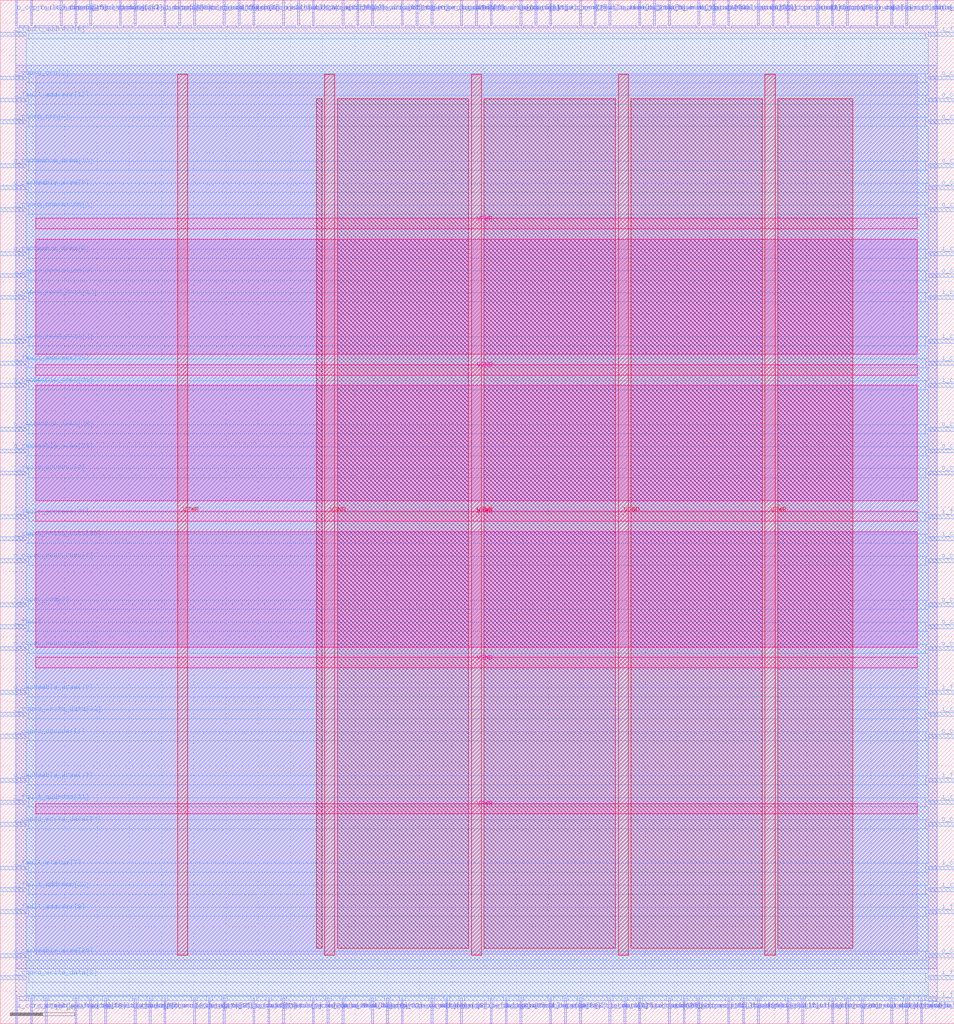
<source format=lef>
VERSION 5.7 ;
  NOWIREEXTENSIONATPIN ON ;
  DIVIDERCHAR "/" ;
  BUSBITCHARS "[]" ;
MACRO a25_coprocessor
  CLASS BLOCK ;
  FOREIGN a25_coprocessor ;
  ORIGIN 0.000 0.000 ;
  SIZE 147.900 BY 158.620 ;
  PIN i_clk
    DIRECTION INPUT ;
    USE SIGNAL ;
    PORT
      LAYER met3 ;
        RECT 143.900 112.240 147.900 112.840 ;
    END
  END i_clk
  PIN i_copro_crm[0]
    DIRECTION INPUT ;
    USE SIGNAL ;
    PORT
      LAYER met3 ;
        RECT 0.000 139.440 4.000 140.040 ;
    END
  END i_copro_crm[0]
  PIN i_copro_crm[1]
    DIRECTION INPUT ;
    USE SIGNAL ;
    PORT
      LAYER met3 ;
        RECT 0.000 64.640 4.000 65.240 ;
    END
  END i_copro_crm[1]
  PIN i_copro_crm[2]
    DIRECTION INPUT ;
    USE SIGNAL ;
    PORT
      LAYER met2 ;
        RECT 66.790 0.000 67.070 4.000 ;
    END
  END i_copro_crm[2]
  PIN i_copro_crm[3]
    DIRECTION INPUT ;
    USE SIGNAL ;
    PORT
      LAYER met2 ;
        RECT 126.590 154.620 126.870 158.620 ;
    END
  END i_copro_crm[3]
  PIN i_copro_crn[0]
    DIRECTION INPUT ;
    USE SIGNAL ;
    PORT
      LAYER met2 ;
        RECT 34.590 154.620 34.870 158.620 ;
    END
  END i_copro_crn[0]
  PIN i_copro_crn[1]
    DIRECTION INPUT ;
    USE SIGNAL ;
    PORT
      LAYER met2 ;
        RECT 85.190 154.620 85.470 158.620 ;
    END
  END i_copro_crn[1]
  PIN i_copro_crn[2]
    DIRECTION INPUT ;
    USE SIGNAL ;
    PORT
      LAYER met2 ;
        RECT 29.990 0.000 30.270 4.000 ;
    END
  END i_copro_crn[2]
  PIN i_copro_crn[3]
    DIRECTION INPUT ;
    USE SIGNAL ;
    PORT
      LAYER met3 ;
        RECT 0.000 146.240 4.000 146.840 ;
    END
  END i_copro_crn[3]
  PIN i_copro_num[0]
    DIRECTION INPUT ;
    USE SIGNAL ;
    PORT
      LAYER met2 ;
        RECT 80.590 154.620 80.870 158.620 ;
    END
  END i_copro_num[0]
  PIN i_copro_num[1]
    DIRECTION INPUT ;
    USE SIGNAL ;
    PORT
      LAYER met3 ;
        RECT 143.900 47.640 147.900 48.240 ;
    END
  END i_copro_num[1]
  PIN i_copro_num[2]
    DIRECTION INPUT ;
    USE SIGNAL ;
    PORT
      LAYER met2 ;
        RECT 131.190 154.620 131.470 158.620 ;
    END
  END i_copro_num[2]
  PIN i_copro_num[3]
    DIRECTION INPUT ;
    USE SIGNAL ;
    PORT
      LAYER met2 ;
        RECT 85.190 0.000 85.470 4.000 ;
    END
  END i_copro_num[3]
  PIN i_copro_opcode1[0]
    DIRECTION INPUT ;
    USE SIGNAL ;
    PORT
      LAYER met2 ;
        RECT 48.390 154.620 48.670 158.620 ;
    END
  END i_copro_opcode1[0]
  PIN i_copro_opcode1[1]
    DIRECTION INPUT ;
    USE SIGNAL ;
    PORT
      LAYER met3 ;
        RECT 0.000 44.240 4.000 44.840 ;
    END
  END i_copro_opcode1[1]
  PIN i_copro_opcode1[2]
    DIRECTION INPUT ;
    USE SIGNAL ;
    PORT
      LAYER met2 ;
        RECT 105.890 0.000 106.170 4.000 ;
    END
  END i_copro_opcode1[2]
  PIN i_copro_opcode2[0]
    DIRECTION INPUT ;
    USE SIGNAL ;
    PORT
      LAYER met2 ;
        RECT 36.890 154.620 37.170 158.620 ;
    END
  END i_copro_opcode2[0]
  PIN i_copro_opcode2[1]
    DIRECTION INPUT ;
    USE SIGNAL ;
    PORT
      LAYER met2 ;
        RECT 66.790 154.620 67.070 158.620 ;
    END
  END i_copro_opcode2[1]
  PIN i_copro_opcode2[2]
    DIRECTION INPUT ;
    USE SIGNAL ;
    PORT
      LAYER met2 ;
        RECT 34.590 0.000 34.870 4.000 ;
    END
  END i_copro_opcode2[2]
  PIN i_copro_operation[0]
    DIRECTION INPUT ;
    USE SIGNAL ;
    PORT
      LAYER met3 ;
        RECT 0.000 115.640 4.000 116.240 ;
    END
  END i_copro_operation[0]
  PIN i_copro_operation[1]
    DIRECTION INPUT ;
    USE SIGNAL ;
    PORT
      LAYER met3 ;
        RECT 0.000 125.840 4.000 126.440 ;
    END
  END i_copro_operation[1]
  PIN i_copro_write_data[0]
    DIRECTION INPUT ;
    USE SIGNAL ;
    PORT
      LAYER met2 ;
        RECT 9.290 154.620 9.570 158.620 ;
    END
  END i_copro_write_data[0]
  PIN i_copro_write_data[10]
    DIRECTION INPUT ;
    USE SIGNAL ;
    PORT
      LAYER met2 ;
        RECT 101.290 154.620 101.570 158.620 ;
    END
  END i_copro_write_data[10]
  PIN i_copro_write_data[11]
    DIRECTION INPUT ;
    USE SIGNAL ;
    PORT
      LAYER met2 ;
        RECT 25.390 154.620 25.670 158.620 ;
    END
  END i_copro_write_data[11]
  PIN i_copro_write_data[12]
    DIRECTION INPUT ;
    USE SIGNAL ;
    PORT
      LAYER met2 ;
        RECT 87.490 0.000 87.770 4.000 ;
    END
  END i_copro_write_data[12]
  PIN i_copro_write_data[13]
    DIRECTION INPUT ;
    USE SIGNAL ;
    PORT
      LAYER met3 ;
        RECT 143.900 34.040 147.900 34.640 ;
    END
  END i_copro_write_data[13]
  PIN i_copro_write_data[14]
    DIRECTION INPUT ;
    USE SIGNAL ;
    PORT
      LAYER met2 ;
        RECT 117.390 154.620 117.670 158.620 ;
    END
  END i_copro_write_data[14]
  PIN i_copro_write_data[15]
    DIRECTION INPUT ;
    USE SIGNAL ;
    PORT
      LAYER met2 ;
        RECT 25.390 0.000 25.670 4.000 ;
    END
  END i_copro_write_data[15]
  PIN i_copro_write_data[16]
    DIRECTION INPUT ;
    USE SIGNAL ;
    PORT
      LAYER met2 ;
        RECT 142.690 0.000 142.970 4.000 ;
    END
  END i_copro_write_data[16]
  PIN i_copro_write_data[17]
    DIRECTION INPUT ;
    USE SIGNAL ;
    PORT
      LAYER met2 ;
        RECT 23.090 0.000 23.370 4.000 ;
    END
  END i_copro_write_data[17]
  PIN i_copro_write_data[18]
    DIRECTION INPUT ;
    USE SIGNAL ;
    PORT
      LAYER met2 ;
        RECT 94.390 0.000 94.670 4.000 ;
    END
  END i_copro_write_data[18]
  PIN i_copro_write_data[19]
    DIRECTION INPUT ;
    USE SIGNAL ;
    PORT
      LAYER met3 ;
        RECT 143.900 119.040 147.900 119.640 ;
    END
  END i_copro_write_data[19]
  PIN i_copro_write_data[1]
    DIRECTION INPUT ;
    USE SIGNAL ;
    PORT
      LAYER met2 ;
        RECT 73.690 154.620 73.970 158.620 ;
    END
  END i_copro_write_data[1]
  PIN i_copro_write_data[20]
    DIRECTION INPUT ;
    USE SIGNAL ;
    PORT
      LAYER met2 ;
        RECT 62.190 154.620 62.470 158.620 ;
    END
  END i_copro_write_data[20]
  PIN i_copro_write_data[21]
    DIRECTION INPUT ;
    USE SIGNAL ;
    PORT
      LAYER met2 ;
        RECT 108.190 154.620 108.470 158.620 ;
    END
  END i_copro_write_data[21]
  PIN i_copro_write_data[22]
    DIRECTION INPUT ;
    USE SIGNAL ;
    PORT
      LAYER met3 ;
        RECT 0.000 47.640 4.000 48.240 ;
    END
  END i_copro_write_data[22]
  PIN i_copro_write_data[23]
    DIRECTION INPUT ;
    USE SIGNAL ;
    PORT
      LAYER met3 ;
        RECT 143.900 102.040 147.900 102.640 ;
    END
  END i_copro_write_data[23]
  PIN i_copro_write_data[24]
    DIRECTION INPUT ;
    USE SIGNAL ;
    PORT
      LAYER met3 ;
        RECT 0.000 30.640 4.000 31.240 ;
    END
  END i_copro_write_data[24]
  PIN i_copro_write_data[25]
    DIRECTION INPUT ;
    USE SIGNAL ;
    PORT
      LAYER met2 ;
        RECT 43.790 0.000 44.070 4.000 ;
    END
  END i_copro_write_data[25]
  PIN i_copro_write_data[26]
    DIRECTION INPUT ;
    USE SIGNAL ;
    PORT
      LAYER met3 ;
        RECT 143.900 74.840 147.900 75.440 ;
    END
  END i_copro_write_data[26]
  PIN i_copro_write_data[27]
    DIRECTION INPUT ;
    USE SIGNAL ;
    PORT
      LAYER met3 ;
        RECT 143.900 98.640 147.900 99.240 ;
    END
  END i_copro_write_data[27]
  PIN i_copro_write_data[28]
    DIRECTION INPUT ;
    USE SIGNAL ;
    PORT
      LAYER met2 ;
        RECT 64.490 154.620 64.770 158.620 ;
    END
  END i_copro_write_data[28]
  PIN i_copro_write_data[29]
    DIRECTION INPUT ;
    USE SIGNAL ;
    PORT
      LAYER met3 ;
        RECT 143.900 23.840 147.900 24.440 ;
    END
  END i_copro_write_data[29]
  PIN i_copro_write_data[2]
    DIRECTION INPUT ;
    USE SIGNAL ;
    PORT
      LAYER met2 ;
        RECT 71.390 0.000 71.670 4.000 ;
    END
  END i_copro_write_data[2]
  PIN i_copro_write_data[30]
    DIRECTION INPUT ;
    USE SIGNAL ;
    PORT
      LAYER met3 ;
        RECT 0.000 74.840 4.000 75.440 ;
    END
  END i_copro_write_data[30]
  PIN i_copro_write_data[31]
    DIRECTION INPUT ;
    USE SIGNAL ;
    PORT
      LAYER met2 ;
        RECT 32.290 0.000 32.570 4.000 ;
    END
  END i_copro_write_data[31]
  PIN i_copro_write_data[3]
    DIRECTION INPUT ;
    USE SIGNAL ;
    PORT
      LAYER met2 ;
        RECT 69.090 0.000 69.370 4.000 ;
    END
  END i_copro_write_data[3]
  PIN i_copro_write_data[4]
    DIRECTION INPUT ;
    USE SIGNAL ;
    PORT
      LAYER met2 ;
        RECT 57.590 0.000 57.870 4.000 ;
    END
  END i_copro_write_data[4]
  PIN i_copro_write_data[5]
    DIRECTION INPUT ;
    USE SIGNAL ;
    PORT
      LAYER met3 ;
        RECT 143.900 20.440 147.900 21.040 ;
    END
  END i_copro_write_data[5]
  PIN i_copro_write_data[6]
    DIRECTION INPUT ;
    USE SIGNAL ;
    PORT
      LAYER met2 ;
        RECT 13.890 0.000 14.170 4.000 ;
    END
  END i_copro_write_data[6]
  PIN i_copro_write_data[7]
    DIRECTION INPUT ;
    USE SIGNAL ;
    PORT
      LAYER met2 ;
        RECT 135.790 154.620 136.070 158.620 ;
    END
  END i_copro_write_data[7]
  PIN i_copro_write_data[8]
    DIRECTION INPUT ;
    USE SIGNAL ;
    PORT
      LAYER met3 ;
        RECT 0.000 6.840 4.000 7.440 ;
    END
  END i_copro_write_data[8]
  PIN i_copro_write_data[9]
    DIRECTION INPUT ;
    USE SIGNAL ;
    PORT
      LAYER met3 ;
        RECT 143.900 105.440 147.900 106.040 ;
    END
  END i_copro_write_data[9]
  PIN i_core_stall
    DIRECTION INPUT ;
    USE SIGNAL ;
    PORT
      LAYER met2 ;
        RECT 2.390 0.000 2.670 4.000 ;
    END
  END i_core_stall
  PIN i_fault
    DIRECTION INPUT ;
    USE SIGNAL ;
    PORT
      LAYER met3 ;
        RECT 0.000 61.240 4.000 61.840 ;
    END
  END i_fault
  PIN i_fault_address[0]
    DIRECTION INPUT ;
    USE SIGNAL ;
    PORT
      LAYER met3 ;
        RECT 0.000 85.040 4.000 85.640 ;
    END
  END i_fault_address[0]
  PIN i_fault_address[10]
    DIRECTION INPUT ;
    USE SIGNAL ;
    PORT
      LAYER met2 ;
        RECT 57.590 154.620 57.870 158.620 ;
    END
  END i_fault_address[10]
  PIN i_fault_address[11]
    DIRECTION INPUT ;
    USE SIGNAL ;
    PORT
      LAYER met3 ;
        RECT 0.000 34.040 4.000 34.640 ;
    END
  END i_fault_address[11]
  PIN i_fault_address[12]
    DIRECTION INPUT ;
    USE SIGNAL ;
    PORT
      LAYER met3 ;
        RECT 143.900 6.840 147.900 7.440 ;
    END
  END i_fault_address[12]
  PIN i_fault_address[13]
    DIRECTION INPUT ;
    USE SIGNAL ;
    PORT
      LAYER met3 ;
        RECT 0.000 142.840 4.000 143.440 ;
    END
  END i_fault_address[13]
  PIN i_fault_address[14]
    DIRECTION INPUT ;
    USE SIGNAL ;
    PORT
      LAYER met3 ;
        RECT 143.900 51.040 147.900 51.640 ;
    END
  END i_fault_address[14]
  PIN i_fault_address[15]
    DIRECTION INPUT ;
    USE SIGNAL ;
    PORT
      LAYER met2 ;
        RECT 4.690 154.620 4.970 158.620 ;
    END
  END i_fault_address[15]
  PIN i_fault_address[16]
    DIRECTION INPUT ;
    USE SIGNAL ;
    PORT
      LAYER met2 ;
        RECT 55.290 154.620 55.570 158.620 ;
    END
  END i_fault_address[16]
  PIN i_fault_address[17]
    DIRECTION INPUT ;
    USE SIGNAL ;
    PORT
      LAYER met2 ;
        RECT 115.090 0.000 115.370 4.000 ;
    END
  END i_fault_address[17]
  PIN i_fault_address[18]
    DIRECTION INPUT ;
    USE SIGNAL ;
    PORT
      LAYER met2 ;
        RECT 75.990 154.620 76.270 158.620 ;
    END
  END i_fault_address[18]
  PIN i_fault_address[19]
    DIRECTION INPUT ;
    USE SIGNAL ;
    PORT
      LAYER met2 ;
        RECT 103.590 0.000 103.870 4.000 ;
    END
  END i_fault_address[19]
  PIN i_fault_address[1]
    DIRECTION INPUT ;
    USE SIGNAL ;
    PORT
      LAYER met2 ;
        RECT 112.790 0.000 113.070 4.000 ;
    END
  END i_fault_address[1]
  PIN i_fault_address[20]
    DIRECTION INPUT ;
    USE SIGNAL ;
    PORT
      LAYER met2 ;
        RECT 46.090 154.620 46.370 158.620 ;
    END
  END i_fault_address[20]
  PIN i_fault_address[21]
    DIRECTION INPUT ;
    USE SIGNAL ;
    PORT
      LAYER met2 ;
        RECT 92.090 154.620 92.370 158.620 ;
    END
  END i_fault_address[21]
  PIN i_fault_address[22]
    DIRECTION INPUT ;
    USE SIGNAL ;
    PORT
      LAYER met3 ;
        RECT 0.000 20.440 4.000 21.040 ;
    END
  END i_fault_address[22]
  PIN i_fault_address[23]
    DIRECTION INPUT ;
    USE SIGNAL ;
    PORT
      LAYER met2 ;
        RECT 20.790 0.000 21.070 4.000 ;
    END
  END i_fault_address[23]
  PIN i_fault_address[24]
    DIRECTION INPUT ;
    USE SIGNAL ;
    PORT
      LAYER met3 ;
        RECT 143.900 37.440 147.900 38.040 ;
    END
  END i_fault_address[24]
  PIN i_fault_address[25]
    DIRECTION INPUT ;
    USE SIGNAL ;
    PORT
      LAYER met3 ;
        RECT 0.000 78.240 4.000 78.840 ;
    END
  END i_fault_address[25]
  PIN i_fault_address[26]
    DIRECTION INPUT ;
    USE SIGNAL ;
    PORT
      LAYER met3 ;
        RECT 143.900 17.040 147.900 17.640 ;
    END
  END i_fault_address[26]
  PIN i_fault_address[27]
    DIRECTION INPUT ;
    USE SIGNAL ;
    PORT
      LAYER met2 ;
        RECT 20.790 154.620 21.070 158.620 ;
    END
  END i_fault_address[27]
  PIN i_fault_address[28]
    DIRECTION INPUT ;
    USE SIGNAL ;
    PORT
      LAYER met2 ;
        RECT 124.290 0.000 124.570 4.000 ;
    END
  END i_fault_address[28]
  PIN i_fault_address[29]
    DIRECTION INPUT ;
    USE SIGNAL ;
    PORT
      LAYER met2 ;
        RECT 96.690 0.000 96.970 4.000 ;
    END
  END i_fault_address[29]
  PIN i_fault_address[2]
    DIRECTION INPUT ;
    USE SIGNAL ;
    PORT
      LAYER met2 ;
        RECT 98.990 0.000 99.270 4.000 ;
    END
  END i_fault_address[2]
  PIN i_fault_address[30]
    DIRECTION INPUT ;
    USE SIGNAL ;
    PORT
      LAYER met3 ;
        RECT 0.000 102.040 4.000 102.640 ;
    END
  END i_fault_address[30]
  PIN i_fault_address[31]
    DIRECTION INPUT ;
    USE SIGNAL ;
    PORT
      LAYER met3 ;
        RECT 143.900 153.040 147.900 153.640 ;
    END
  END i_fault_address[31]
  PIN i_fault_address[3]
    DIRECTION INPUT ;
    USE SIGNAL ;
    PORT
      LAYER met2 ;
        RECT 82.890 154.620 83.170 158.620 ;
    END
  END i_fault_address[3]
  PIN i_fault_address[4]
    DIRECTION INPUT ;
    USE SIGNAL ;
    PORT
      LAYER met2 ;
        RECT 11.590 0.000 11.870 4.000 ;
    END
  END i_fault_address[4]
  PIN i_fault_address[5]
    DIRECTION INPUT ;
    USE SIGNAL ;
    PORT
      LAYER met2 ;
        RECT 16.190 0.000 16.470 4.000 ;
    END
  END i_fault_address[5]
  PIN i_fault_address[6]
    DIRECTION INPUT ;
    USE SIGNAL ;
    PORT
      LAYER met3 ;
        RECT 143.900 78.240 147.900 78.840 ;
    END
  END i_fault_address[6]
  PIN i_fault_address[7]
    DIRECTION INPUT ;
    USE SIGNAL ;
    PORT
      LAYER met2 ;
        RECT 13.890 154.620 14.170 158.620 ;
    END
  END i_fault_address[7]
  PIN i_fault_address[8]
    DIRECTION INPUT ;
    USE SIGNAL ;
    PORT
      LAYER met3 ;
        RECT 0.000 153.040 4.000 153.640 ;
    END
  END i_fault_address[8]
  PIN i_fault_address[9]
    DIRECTION INPUT ;
    USE SIGNAL ;
    PORT
      LAYER met3 ;
        RECT 0.000 17.040 4.000 17.640 ;
    END
  END i_fault_address[9]
  PIN i_fault_status[0]
    DIRECTION INPUT ;
    USE SIGNAL ;
    PORT
      LAYER met2 ;
        RECT 39.190 0.000 39.470 4.000 ;
    END
  END i_fault_status[0]
  PIN i_fault_status[1]
    DIRECTION INPUT ;
    USE SIGNAL ;
    PORT
      LAYER met2 ;
        RECT 75.990 0.000 76.270 4.000 ;
    END
  END i_fault_status[1]
  PIN i_fault_status[2]
    DIRECTION INPUT ;
    USE SIGNAL ;
    PORT
      LAYER met2 ;
        RECT 112.790 154.620 113.070 158.620 ;
    END
  END i_fault_status[2]
  PIN i_fault_status[3]
    DIRECTION INPUT ;
    USE SIGNAL ;
    PORT
      LAYER met2 ;
        RECT 119.690 154.620 119.970 158.620 ;
    END
  END i_fault_status[3]
  PIN i_fault_status[4]
    DIRECTION INPUT ;
    USE SIGNAL ;
    PORT
      LAYER met2 ;
        RECT 121.990 0.000 122.270 4.000 ;
    END
  END i_fault_status[4]
  PIN i_fault_status[5]
    DIRECTION INPUT ;
    USE SIGNAL ;
    PORT
      LAYER met2 ;
        RECT 89.790 0.000 90.070 4.000 ;
    END
  END i_fault_status[5]
  PIN i_fault_status[6]
    DIRECTION INPUT ;
    USE SIGNAL ;
    PORT
      LAYER met3 ;
        RECT 143.900 3.440 147.900 4.040 ;
    END
  END i_fault_status[6]
  PIN i_fault_status[7]
    DIRECTION INPUT ;
    USE SIGNAL ;
    PORT
      LAYER met3 ;
        RECT 0.000 23.840 4.000 24.440 ;
    END
  END i_fault_status[7]
  PIN o_cache_enable
    DIRECTION OUTPUT TRISTATE ;
    USE SIGNAL ;
    PORT
      LAYER met3 ;
        RECT 143.900 139.440 147.900 140.040 ;
    END
  END o_cache_enable
  PIN o_cache_flush
    DIRECTION OUTPUT TRISTATE ;
    USE SIGNAL ;
    PORT
      LAYER met2 ;
        RECT 138.090 154.620 138.370 158.620 ;
    END
  END o_cache_flush
  PIN o_cacheable_area[0]
    DIRECTION OUTPUT TRISTATE ;
    USE SIGNAL ;
    PORT
      LAYER met2 ;
        RECT 140.390 0.000 140.670 4.000 ;
    END
  END o_cacheable_area[0]
  PIN o_cacheable_area[10]
    DIRECTION OUTPUT TRISTATE ;
    USE SIGNAL ;
    PORT
      LAYER met3 ;
        RECT 0.000 51.040 4.000 51.640 ;
    END
  END o_cacheable_area[10]
  PIN o_cacheable_area[11]
    DIRECTION OUTPUT TRISTATE ;
    USE SIGNAL ;
    PORT
      LAYER met3 ;
        RECT 0.000 132.640 4.000 133.240 ;
    END
  END o_cacheable_area[11]
  PIN o_cacheable_area[12]
    DIRECTION OUTPUT TRISTATE ;
    USE SIGNAL ;
    PORT
      LAYER met2 ;
        RECT 4.690 0.000 4.970 4.000 ;
    END
  END o_cacheable_area[12]
  PIN o_cacheable_area[13]
    DIRECTION OUTPUT TRISTATE ;
    USE SIGNAL ;
    PORT
      LAYER met3 ;
        RECT 143.900 91.840 147.900 92.440 ;
    END
  END o_cacheable_area[13]
  PIN o_cacheable_area[14]
    DIRECTION OUTPUT TRISTATE ;
    USE SIGNAL ;
    PORT
      LAYER met2 ;
        RECT 89.790 154.620 90.070 158.620 ;
    END
  END o_cacheable_area[14]
  PIN o_cacheable_area[15]
    DIRECTION OUTPUT TRISTATE ;
    USE SIGNAL ;
    PORT
      LAYER met2 ;
        RECT 27.690 154.620 27.970 158.620 ;
    END
  END o_cacheable_area[15]
  PIN o_cacheable_area[16]
    DIRECTION OUTPUT TRISTATE ;
    USE SIGNAL ;
    PORT
      LAYER met3 ;
        RECT 143.900 61.240 147.900 61.840 ;
    END
  END o_cacheable_area[16]
  PIN o_cacheable_area[17]
    DIRECTION OUTPUT TRISTATE ;
    USE SIGNAL ;
    PORT
      LAYER met3 ;
        RECT 0.000 37.440 4.000 38.040 ;
    END
  END o_cacheable_area[17]
  PIN o_cacheable_area[18]
    DIRECTION OUTPUT TRISTATE ;
    USE SIGNAL ;
    PORT
      LAYER met2 ;
        RECT 6.990 0.000 7.270 4.000 ;
    END
  END o_cacheable_area[18]
  PIN o_cacheable_area[19]
    DIRECTION OUTPUT TRISTATE ;
    USE SIGNAL ;
    PORT
      LAYER met2 ;
        RECT 103.590 154.620 103.870 158.620 ;
    END
  END o_cacheable_area[19]
  PIN o_cacheable_area[1]
    DIRECTION OUTPUT TRISTATE ;
    USE SIGNAL ;
    PORT
      LAYER met2 ;
        RECT 98.990 154.620 99.270 158.620 ;
    END
  END o_cacheable_area[1]
  PIN o_cacheable_area[20]
    DIRECTION OUTPUT TRISTATE ;
    USE SIGNAL ;
    PORT
      LAYER met3 ;
        RECT 0.000 10.240 4.000 10.840 ;
    END
  END o_cacheable_area[20]
  PIN o_cacheable_area[21]
    DIRECTION OUTPUT TRISTATE ;
    USE SIGNAL ;
    PORT
      LAYER met2 ;
        RECT 52.990 154.620 53.270 158.620 ;
    END
  END o_cacheable_area[21]
  PIN o_cacheable_area[22]
    DIRECTION OUTPUT TRISTATE ;
    USE SIGNAL ;
    PORT
      LAYER met2 ;
        RECT 52.990 0.000 53.270 4.000 ;
    END
  END o_cacheable_area[22]
  PIN o_cacheable_area[23]
    DIRECTION OUTPUT TRISTATE ;
    USE SIGNAL ;
    PORT
      LAYER met2 ;
        RECT 80.590 0.000 80.870 4.000 ;
    END
  END o_cacheable_area[23]
  PIN o_cacheable_area[24]
    DIRECTION OUTPUT TRISTATE ;
    USE SIGNAL ;
    PORT
      LAYER met3 ;
        RECT 0.000 88.440 4.000 89.040 ;
    END
  END o_cacheable_area[24]
  PIN o_cacheable_area[25]
    DIRECTION OUTPUT TRISTATE ;
    USE SIGNAL ;
    PORT
      LAYER met3 ;
        RECT 0.000 91.840 4.000 92.440 ;
    END
  END o_cacheable_area[25]
  PIN o_cacheable_area[26]
    DIRECTION OUTPUT TRISTATE ;
    USE SIGNAL ;
    PORT
      LAYER met2 ;
        RECT 110.490 154.620 110.770 158.620 ;
    END
  END o_cacheable_area[26]
  PIN o_cacheable_area[27]
    DIRECTION OUTPUT TRISTATE ;
    USE SIGNAL ;
    PORT
      LAYER met2 ;
        RECT 48.390 0.000 48.670 4.000 ;
    END
  END o_cacheable_area[27]
  PIN o_cacheable_area[28]
    DIRECTION OUTPUT TRISTATE ;
    USE SIGNAL ;
    PORT
      LAYER met3 ;
        RECT 143.900 88.440 147.900 89.040 ;
    END
  END o_cacheable_area[28]
  PIN o_cacheable_area[29]
    DIRECTION OUTPUT TRISTATE ;
    USE SIGNAL ;
    PORT
      LAYER met3 ;
        RECT 143.900 132.640 147.900 133.240 ;
    END
  END o_cacheable_area[29]
  PIN o_cacheable_area[2]
    DIRECTION OUTPUT TRISTATE ;
    USE SIGNAL ;
    PORT
      LAYER met2 ;
        RECT 41.490 0.000 41.770 4.000 ;
    END
  END o_cacheable_area[2]
  PIN o_cacheable_area[30]
    DIRECTION OUTPUT TRISTATE ;
    USE SIGNAL ;
    PORT
      LAYER met3 ;
        RECT 143.900 71.440 147.900 72.040 ;
    END
  END o_cacheable_area[30]
  PIN o_cacheable_area[31]
    DIRECTION OUTPUT TRISTATE ;
    USE SIGNAL ;
    PORT
      LAYER met3 ;
        RECT 0.000 98.640 4.000 99.240 ;
    END
  END o_cacheable_area[31]
  PIN o_cacheable_area[3]
    DIRECTION OUTPUT TRISTATE ;
    USE SIGNAL ;
    PORT
      LAYER met2 ;
        RECT 140.390 154.620 140.670 158.620 ;
    END
  END o_cacheable_area[3]
  PIN o_cacheable_area[4]
    DIRECTION OUTPUT TRISTATE ;
    USE SIGNAL ;
    PORT
      LAYER met2 ;
        RECT 144.990 154.620 145.270 158.620 ;
    END
  END o_cacheable_area[4]
  PIN o_cacheable_area[5]
    DIRECTION OUTPUT TRISTATE ;
    USE SIGNAL ;
    PORT
      LAYER met2 ;
        RECT 94.390 154.620 94.670 158.620 ;
    END
  END o_cacheable_area[5]
  PIN o_cacheable_area[6]
    DIRECTION OUTPUT TRISTATE ;
    USE SIGNAL ;
    PORT
      LAYER met2 ;
        RECT 71.390 154.620 71.670 158.620 ;
    END
  END o_cacheable_area[6]
  PIN o_cacheable_area[7]
    DIRECTION OUTPUT TRISTATE ;
    USE SIGNAL ;
    PORT
      LAYER met2 ;
        RECT 43.790 154.620 44.070 158.620 ;
    END
  END o_cacheable_area[7]
  PIN o_cacheable_area[8]
    DIRECTION OUTPUT TRISTATE ;
    USE SIGNAL ;
    PORT
      LAYER met3 ;
        RECT 0.000 129.240 4.000 129.840 ;
    END
  END o_cacheable_area[8]
  PIN o_cacheable_area[9]
    DIRECTION OUTPUT TRISTATE ;
    USE SIGNAL ;
    PORT
      LAYER met3 ;
        RECT 0.000 119.040 4.000 119.640 ;
    END
  END o_cacheable_area[9]
  PIN o_copro_read_data[0]
    DIRECTION OUTPUT TRISTATE ;
    USE SIGNAL ;
    PORT
      LAYER met2 ;
        RECT 59.890 0.000 60.170 4.000 ;
    END
  END o_copro_read_data[0]
  PIN o_copro_read_data[10]
    DIRECTION OUTPUT TRISTATE ;
    USE SIGNAL ;
    PORT
      LAYER met3 ;
        RECT 143.900 57.840 147.900 58.440 ;
    END
  END o_copro_read_data[10]
  PIN o_copro_read_data[11]
    DIRECTION OUTPUT TRISTATE ;
    USE SIGNAL ;
    PORT
      LAYER met3 ;
        RECT 143.900 129.240 147.900 129.840 ;
    END
  END o_copro_read_data[11]
  PIN o_copro_read_data[12]
    DIRECTION OUTPUT TRISTATE ;
    USE SIGNAL ;
    PORT
      LAYER met2 ;
        RECT 121.990 154.620 122.270 158.620 ;
    END
  END o_copro_read_data[12]
  PIN o_copro_read_data[13]
    DIRECTION OUTPUT TRISTATE ;
    USE SIGNAL ;
    PORT
      LAYER met3 ;
        RECT 0.000 112.240 4.000 112.840 ;
    END
  END o_copro_read_data[13]
  PIN o_copro_read_data[14]
    DIRECTION OUTPUT TRISTATE ;
    USE SIGNAL ;
    PORT
      LAYER met3 ;
        RECT 143.900 85.040 147.900 85.640 ;
    END
  END o_copro_read_data[14]
  PIN o_copro_read_data[15]
    DIRECTION OUTPUT TRISTATE ;
    USE SIGNAL ;
    PORT
      LAYER met3 ;
        RECT 143.900 64.640 147.900 65.240 ;
    END
  END o_copro_read_data[15]
  PIN o_copro_read_data[16]
    DIRECTION OUTPUT TRISTATE ;
    USE SIGNAL ;
    PORT
      LAYER met2 ;
        RECT 62.190 0.000 62.470 4.000 ;
    END
  END o_copro_read_data[16]
  PIN o_copro_read_data[17]
    DIRECTION OUTPUT TRISTATE ;
    USE SIGNAL ;
    PORT
      LAYER met2 ;
        RECT 29.990 154.620 30.270 158.620 ;
    END
  END o_copro_read_data[17]
  PIN o_copro_read_data[18]
    DIRECTION OUTPUT TRISTATE ;
    USE SIGNAL ;
    PORT
      LAYER met2 ;
        RECT 117.390 0.000 117.670 4.000 ;
    END
  END o_copro_read_data[18]
  PIN o_copro_read_data[19]
    DIRECTION OUTPUT TRISTATE ;
    USE SIGNAL ;
    PORT
      LAYER met2 ;
        RECT 133.490 0.000 133.770 4.000 ;
    END
  END o_copro_read_data[19]
  PIN o_copro_read_data[1]
    DIRECTION OUTPUT TRISTATE ;
    USE SIGNAL ;
    PORT
      LAYER met2 ;
        RECT 131.190 0.000 131.470 4.000 ;
    END
  END o_copro_read_data[1]
  PIN o_copro_read_data[20]
    DIRECTION OUTPUT TRISTATE ;
    USE SIGNAL ;
    PORT
      LAYER met3 ;
        RECT 143.900 30.640 147.900 31.240 ;
    END
  END o_copro_read_data[20]
  PIN o_copro_read_data[21]
    DIRECTION OUTPUT TRISTATE ;
    USE SIGNAL ;
    PORT
      LAYER met3 ;
        RECT 143.900 10.240 147.900 10.840 ;
    END
  END o_copro_read_data[21]
  PIN o_copro_read_data[22]
    DIRECTION OUTPUT TRISTATE ;
    USE SIGNAL ;
    PORT
      LAYER met2 ;
        RECT 128.890 0.000 129.170 4.000 ;
    END
  END o_copro_read_data[22]
  PIN o_copro_read_data[23]
    DIRECTION OUTPUT TRISTATE ;
    USE SIGNAL ;
    PORT
      LAYER met3 ;
        RECT 143.900 125.840 147.900 126.440 ;
    END
  END o_copro_read_data[23]
  PIN o_copro_read_data[24]
    DIRECTION OUTPUT TRISTATE ;
    USE SIGNAL ;
    PORT
      LAYER met2 ;
        RECT 11.590 154.620 11.870 158.620 ;
    END
  END o_copro_read_data[24]
  PIN o_copro_read_data[25]
    DIRECTION OUTPUT TRISTATE ;
    USE SIGNAL ;
    PORT
      LAYER met2 ;
        RECT 108.190 0.000 108.470 4.000 ;
    END
  END o_copro_read_data[25]
  PIN o_copro_read_data[26]
    DIRECTION OUTPUT TRISTATE ;
    USE SIGNAL ;
    PORT
      LAYER met3 ;
        RECT 143.900 44.240 147.900 44.840 ;
    END
  END o_copro_read_data[26]
  PIN o_copro_read_data[27]
    DIRECTION OUTPUT TRISTATE ;
    USE SIGNAL ;
    PORT
      LAYER met2 ;
        RECT 39.190 154.620 39.470 158.620 ;
    END
  END o_copro_read_data[27]
  PIN o_copro_read_data[28]
    DIRECTION OUTPUT TRISTATE ;
    USE SIGNAL ;
    PORT
      LAYER met2 ;
        RECT 18.490 154.620 18.770 158.620 ;
    END
  END o_copro_read_data[28]
  PIN o_copro_read_data[29]
    DIRECTION OUTPUT TRISTATE ;
    USE SIGNAL ;
    PORT
      LAYER met2 ;
        RECT 78.290 0.000 78.570 4.000 ;
    END
  END o_copro_read_data[29]
  PIN o_copro_read_data[2]
    DIRECTION OUTPUT TRISTATE ;
    USE SIGNAL ;
    PORT
      LAYER met3 ;
        RECT 0.000 105.440 4.000 106.040 ;
    END
  END o_copro_read_data[2]
  PIN o_copro_read_data[30]
    DIRECTION OUTPUT TRISTATE ;
    USE SIGNAL ;
    PORT
      LAYER met3 ;
        RECT 0.000 57.840 4.000 58.440 ;
    END
  END o_copro_read_data[30]
  PIN o_copro_read_data[31]
    DIRECTION OUTPUT TRISTATE ;
    USE SIGNAL ;
    PORT
      LAYER met2 ;
        RECT 138.090 0.000 138.370 4.000 ;
    END
  END o_copro_read_data[31]
  PIN o_copro_read_data[3]
    DIRECTION OUTPUT TRISTATE ;
    USE SIGNAL ;
    PORT
      LAYER met2 ;
        RECT 2.390 154.620 2.670 158.620 ;
    END
  END o_copro_read_data[3]
  PIN o_copro_read_data[4]
    DIRECTION OUTPUT TRISTATE ;
    USE SIGNAL ;
    PORT
      LAYER met3 ;
        RECT 143.900 115.640 147.900 116.240 ;
    END
  END o_copro_read_data[4]
  PIN o_copro_read_data[5]
    DIRECTION OUTPUT TRISTATE ;
    USE SIGNAL ;
    PORT
      LAYER met3 ;
        RECT 143.900 146.240 147.900 146.840 ;
    END
  END o_copro_read_data[5]
  PIN o_copro_read_data[6]
    DIRECTION OUTPUT TRISTATE ;
    USE SIGNAL ;
    PORT
      LAYER met3 ;
        RECT 0.000 71.440 4.000 72.040 ;
    END
  END o_copro_read_data[6]
  PIN o_copro_read_data[7]
    DIRECTION OUTPUT TRISTATE ;
    USE SIGNAL ;
    PORT
      LAYER met2 ;
        RECT 128.890 154.620 129.170 158.620 ;
    END
  END o_copro_read_data[7]
  PIN o_copro_read_data[8]
    DIRECTION OUTPUT TRISTATE ;
    USE SIGNAL ;
    PORT
      LAYER met3 ;
        RECT 143.900 142.840 147.900 143.440 ;
    END
  END o_copro_read_data[8]
  PIN o_copro_read_data[9]
    DIRECTION OUTPUT TRISTATE ;
    USE SIGNAL ;
    PORT
      LAYER met2 ;
        RECT 50.690 0.000 50.970 4.000 ;
    END
  END o_copro_read_data[9]
  PIN VPWR
    DIRECTION INOUT ;
    USE POWER ;
    PORT
      LAYER met4 ;
        RECT 118.570 10.640 120.170 147.120 ;
    END
  END VPWR
  PIN VPWR
    DIRECTION INOUT ;
    USE POWER ;
    PORT
      LAYER met4 ;
        RECT 73.030 10.640 74.630 147.120 ;
    END
  END VPWR
  PIN VPWR
    DIRECTION INOUT ;
    USE POWER ;
    PORT
      LAYER met4 ;
        RECT 27.490 10.640 29.090 147.120 ;
    END
  END VPWR
  PIN VPWR
    DIRECTION INOUT ;
    USE POWER ;
    PORT
      LAYER met5 ;
        RECT 5.520 123.175 142.140 124.775 ;
    END
  END VPWR
  PIN VPWR
    DIRECTION INOUT ;
    USE POWER ;
    PORT
      LAYER met5 ;
        RECT 5.520 77.840 142.140 79.440 ;
    END
  END VPWR
  PIN VPWR
    DIRECTION INOUT ;
    USE POWER ;
    PORT
      LAYER met5 ;
        RECT 5.520 32.505 142.140 34.105 ;
    END
  END VPWR
  PIN VGND
    DIRECTION INOUT ;
    USE GROUND ;
    PORT
      LAYER met4 ;
        RECT 95.800 10.640 97.400 147.120 ;
    END
  END VGND
  PIN VGND
    DIRECTION INOUT ;
    USE GROUND ;
    PORT
      LAYER met4 ;
        RECT 50.260 10.640 51.860 147.120 ;
    END
  END VGND
  PIN VGND
    DIRECTION INOUT ;
    USE GROUND ;
    PORT
      LAYER met5 ;
        RECT 5.520 100.505 142.140 102.105 ;
    END
  END VGND
  PIN VGND
    DIRECTION INOUT ;
    USE GROUND ;
    PORT
      LAYER met5 ;
        RECT 5.520 55.175 142.140 56.775 ;
    END
  END VGND
  OBS
      LAYER li1 ;
        RECT 5.520 10.795 142.140 146.965 ;
      LAYER met1 ;
        RECT 2.370 8.540 145.290 148.540 ;
      LAYER met2 ;
        RECT 2.950 154.340 4.410 154.620 ;
        RECT 5.250 154.340 9.010 154.620 ;
        RECT 9.850 154.340 11.310 154.620 ;
        RECT 12.150 154.340 13.610 154.620 ;
        RECT 14.450 154.340 18.210 154.620 ;
        RECT 19.050 154.340 20.510 154.620 ;
        RECT 21.350 154.340 25.110 154.620 ;
        RECT 25.950 154.340 27.410 154.620 ;
        RECT 28.250 154.340 29.710 154.620 ;
        RECT 30.550 154.340 34.310 154.620 ;
        RECT 35.150 154.340 36.610 154.620 ;
        RECT 37.450 154.340 38.910 154.620 ;
        RECT 39.750 154.340 43.510 154.620 ;
        RECT 44.350 154.340 45.810 154.620 ;
        RECT 46.650 154.340 48.110 154.620 ;
        RECT 48.950 154.340 52.710 154.620 ;
        RECT 53.550 154.340 55.010 154.620 ;
        RECT 55.850 154.340 57.310 154.620 ;
        RECT 58.150 154.340 61.910 154.620 ;
        RECT 62.750 154.340 64.210 154.620 ;
        RECT 65.050 154.340 66.510 154.620 ;
        RECT 67.350 154.340 71.110 154.620 ;
        RECT 71.950 154.340 73.410 154.620 ;
        RECT 74.250 154.340 75.710 154.620 ;
        RECT 76.550 154.340 80.310 154.620 ;
        RECT 81.150 154.340 82.610 154.620 ;
        RECT 83.450 154.340 84.910 154.620 ;
        RECT 85.750 154.340 89.510 154.620 ;
        RECT 90.350 154.340 91.810 154.620 ;
        RECT 92.650 154.340 94.110 154.620 ;
        RECT 94.950 154.340 98.710 154.620 ;
        RECT 99.550 154.340 101.010 154.620 ;
        RECT 101.850 154.340 103.310 154.620 ;
        RECT 104.150 154.340 107.910 154.620 ;
        RECT 108.750 154.340 110.210 154.620 ;
        RECT 111.050 154.340 112.510 154.620 ;
        RECT 113.350 154.340 117.110 154.620 ;
        RECT 117.950 154.340 119.410 154.620 ;
        RECT 120.250 154.340 121.710 154.620 ;
        RECT 122.550 154.340 126.310 154.620 ;
        RECT 127.150 154.340 128.610 154.620 ;
        RECT 129.450 154.340 130.910 154.620 ;
        RECT 131.750 154.340 135.510 154.620 ;
        RECT 136.350 154.340 137.810 154.620 ;
        RECT 138.650 154.340 140.110 154.620 ;
        RECT 140.950 154.340 144.710 154.620 ;
        RECT 2.400 4.280 145.260 154.340 ;
        RECT 2.950 3.555 4.410 4.280 ;
        RECT 5.250 3.555 6.710 4.280 ;
        RECT 7.550 3.555 11.310 4.280 ;
        RECT 12.150 3.555 13.610 4.280 ;
        RECT 14.450 3.555 15.910 4.280 ;
        RECT 16.750 3.555 20.510 4.280 ;
        RECT 21.350 3.555 22.810 4.280 ;
        RECT 23.650 3.555 25.110 4.280 ;
        RECT 25.950 3.555 29.710 4.280 ;
        RECT 30.550 3.555 32.010 4.280 ;
        RECT 32.850 3.555 34.310 4.280 ;
        RECT 35.150 3.555 38.910 4.280 ;
        RECT 39.750 3.555 41.210 4.280 ;
        RECT 42.050 3.555 43.510 4.280 ;
        RECT 44.350 3.555 48.110 4.280 ;
        RECT 48.950 3.555 50.410 4.280 ;
        RECT 51.250 3.555 52.710 4.280 ;
        RECT 53.550 3.555 57.310 4.280 ;
        RECT 58.150 3.555 59.610 4.280 ;
        RECT 60.450 3.555 61.910 4.280 ;
        RECT 62.750 3.555 66.510 4.280 ;
        RECT 67.350 3.555 68.810 4.280 ;
        RECT 69.650 3.555 71.110 4.280 ;
        RECT 71.950 3.555 75.710 4.280 ;
        RECT 76.550 3.555 78.010 4.280 ;
        RECT 78.850 3.555 80.310 4.280 ;
        RECT 81.150 3.555 84.910 4.280 ;
        RECT 85.750 3.555 87.210 4.280 ;
        RECT 88.050 3.555 89.510 4.280 ;
        RECT 90.350 3.555 94.110 4.280 ;
        RECT 94.950 3.555 96.410 4.280 ;
        RECT 97.250 3.555 98.710 4.280 ;
        RECT 99.550 3.555 103.310 4.280 ;
        RECT 104.150 3.555 105.610 4.280 ;
        RECT 106.450 3.555 107.910 4.280 ;
        RECT 108.750 3.555 112.510 4.280 ;
        RECT 113.350 3.555 114.810 4.280 ;
        RECT 115.650 3.555 117.110 4.280 ;
        RECT 117.950 3.555 121.710 4.280 ;
        RECT 122.550 3.555 124.010 4.280 ;
        RECT 124.850 3.555 128.610 4.280 ;
        RECT 129.450 3.555 130.910 4.280 ;
        RECT 131.750 3.555 133.210 4.280 ;
        RECT 134.050 3.555 137.810 4.280 ;
        RECT 138.650 3.555 140.110 4.280 ;
        RECT 140.950 3.555 142.410 4.280 ;
        RECT 143.250 3.555 145.260 4.280 ;
      LAYER met3 ;
        RECT 4.400 152.640 143.500 153.505 ;
        RECT 4.000 147.240 143.900 152.640 ;
        RECT 4.400 145.840 143.500 147.240 ;
        RECT 4.000 143.840 143.900 145.840 ;
        RECT 4.400 142.440 143.500 143.840 ;
        RECT 4.000 140.440 143.900 142.440 ;
        RECT 4.400 139.040 143.500 140.440 ;
        RECT 4.000 133.640 143.900 139.040 ;
        RECT 4.400 132.240 143.500 133.640 ;
        RECT 4.000 130.240 143.900 132.240 ;
        RECT 4.400 128.840 143.500 130.240 ;
        RECT 4.000 126.840 143.900 128.840 ;
        RECT 4.400 125.440 143.500 126.840 ;
        RECT 4.000 120.040 143.900 125.440 ;
        RECT 4.400 118.640 143.500 120.040 ;
        RECT 4.000 116.640 143.900 118.640 ;
        RECT 4.400 115.240 143.500 116.640 ;
        RECT 4.000 113.240 143.900 115.240 ;
        RECT 4.400 111.840 143.500 113.240 ;
        RECT 4.000 106.440 143.900 111.840 ;
        RECT 4.400 105.040 143.500 106.440 ;
        RECT 4.000 103.040 143.900 105.040 ;
        RECT 4.400 101.640 143.500 103.040 ;
        RECT 4.000 99.640 143.900 101.640 ;
        RECT 4.400 98.240 143.500 99.640 ;
        RECT 4.000 92.840 143.900 98.240 ;
        RECT 4.400 91.440 143.500 92.840 ;
        RECT 4.000 89.440 143.900 91.440 ;
        RECT 4.400 88.040 143.500 89.440 ;
        RECT 4.000 86.040 143.900 88.040 ;
        RECT 4.400 84.640 143.500 86.040 ;
        RECT 4.000 79.240 143.900 84.640 ;
        RECT 4.400 77.840 143.500 79.240 ;
        RECT 4.000 75.840 143.900 77.840 ;
        RECT 4.400 74.440 143.500 75.840 ;
        RECT 4.000 72.440 143.900 74.440 ;
        RECT 4.400 71.040 143.500 72.440 ;
        RECT 4.000 65.640 143.900 71.040 ;
        RECT 4.400 64.240 143.500 65.640 ;
        RECT 4.000 62.240 143.900 64.240 ;
        RECT 4.400 60.840 143.500 62.240 ;
        RECT 4.000 58.840 143.900 60.840 ;
        RECT 4.400 57.440 143.500 58.840 ;
        RECT 4.000 52.040 143.900 57.440 ;
        RECT 4.400 50.640 143.500 52.040 ;
        RECT 4.000 48.640 143.900 50.640 ;
        RECT 4.400 47.240 143.500 48.640 ;
        RECT 4.000 45.240 143.900 47.240 ;
        RECT 4.400 43.840 143.500 45.240 ;
        RECT 4.000 38.440 143.900 43.840 ;
        RECT 4.400 37.040 143.500 38.440 ;
        RECT 4.000 35.040 143.900 37.040 ;
        RECT 4.400 33.640 143.500 35.040 ;
        RECT 4.000 31.640 143.900 33.640 ;
        RECT 4.400 30.240 143.500 31.640 ;
        RECT 4.000 24.840 143.900 30.240 ;
        RECT 4.400 23.440 143.500 24.840 ;
        RECT 4.000 21.440 143.900 23.440 ;
        RECT 4.400 20.040 143.500 21.440 ;
        RECT 4.000 18.040 143.900 20.040 ;
        RECT 4.400 16.640 143.500 18.040 ;
        RECT 4.000 11.240 143.900 16.640 ;
        RECT 4.400 9.840 143.500 11.240 ;
        RECT 4.000 7.840 143.900 9.840 ;
        RECT 4.400 6.440 143.500 7.840 ;
        RECT 4.000 4.440 143.900 6.440 ;
        RECT 4.000 3.575 143.500 4.440 ;
      LAYER met4 ;
        RECT 49.055 11.735 49.860 143.305 ;
        RECT 52.260 11.735 72.630 143.305 ;
        RECT 75.030 11.735 95.400 143.305 ;
        RECT 97.800 11.735 118.170 143.305 ;
        RECT 120.570 11.735 132.185 143.305 ;
      LAYER met5 ;
        RECT 5.520 103.705 142.140 121.575 ;
        RECT 5.520 81.040 142.140 98.905 ;
        RECT 5.520 58.375 142.140 76.240 ;
  END
END a25_coprocessor
END LIBRARY


</source>
